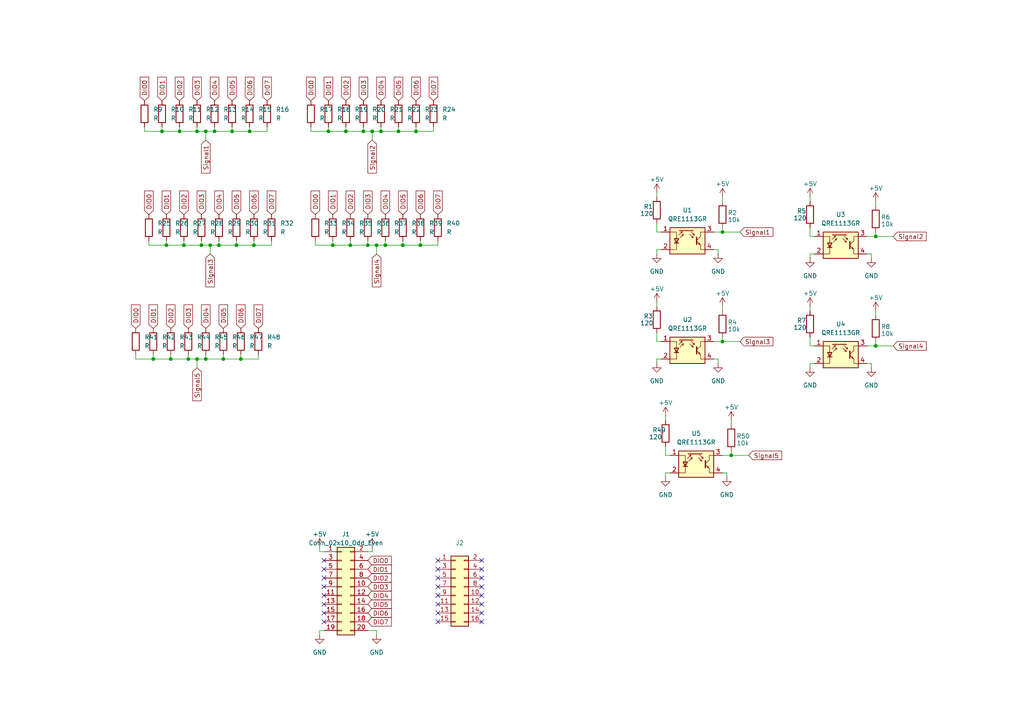
<source format=kicad_sch>
(kicad_sch (version 20231120) (generator "eeschema") (generator_version "8.0")
  (paper "A4")
  (lib_symbols
    (symbol "Connector_Generic:Conn_02x08_Odd_Even" (pin_names (offset 1.016) hide)
      (property "Reference" "J" (at 1.27 10.16 0))
      (property "Value" "Conn_02x08_Odd_Even" (at 1.27 -12.7 0))
      (symbol "Conn_02x08_Odd_Even_1_1"
        (rectangle (start -1.27 -10.033) (end 0 -10.287) (stroke (width 0.1524)))
        (rectangle (start -1.27 -7.493) (end 0 -7.747) (stroke (width 0.1524)))
        (rectangle (start -1.27 -4.953) (end 0 -5.207) (stroke (width 0.1524)))
        (rectangle (start -1.27 -2.413) (end 0 -2.667) (stroke (width 0.1524)))
        (rectangle (start -1.27 0.127) (end 0 -0.127) (stroke (width 0.1524)))
        (rectangle (start -1.27 2.667) (end 0 2.413) (stroke (width 0.1524)))
        (rectangle (start -1.27 5.207) (end 0 4.953) (stroke (width 0.1524)))
        (rectangle (start -1.27 7.747) (end 0 7.493) (stroke (width 0.1524)))
        (rectangle (start -1.27 8.89) (end 3.81 -11.43) (stroke (width 0.254)) (fill (type background)))
        (rectangle (start 3.81 -10.033) (end 2.54 -10.287) (stroke (width 0.1524)))
        (rectangle (start 3.81 -7.493) (end 2.54 -7.747) (stroke (width 0.1524)))
        (rectangle (start 3.81 -4.953) (end 2.54 -5.207) (stroke (width 0.1524)))
        (rectangle (start 3.81 -2.413) (end 2.54 -2.667) (stroke (width 0.1524)))
        (rectangle (start 3.81 0.127) (end 2.54 -0.127) (stroke (width 0.1524)))
        (rectangle (start 3.81 2.667) (end 2.54 2.413) (stroke (width 0.1524)))
        (rectangle (start 3.81 5.207) (end 2.54 4.953) (stroke (width 0.1524)))
        (rectangle (start 3.81 7.747) (end 2.54 7.493) (stroke (width 0.1524)))
        (pin passive line (at -5.08 7.62 0) (length 3.81) (name "Pin_1") (number "1"))
        (pin passive line (at 7.62 -2.54 180) (length 3.81) (name "Pin_10") (number "10"))
        (pin passive line (at -5.08 -5.08 0) (length 3.81) (name "Pin_11") (number "11"))
        (pin passive line (at 7.62 -5.08 180) (length 3.81) (name "Pin_12") (number "12"))
        (pin passive line (at -5.08 -7.62 0) (length 3.81) (name "Pin_13") (number "13"))
        (pin passive line (at 7.62 -7.62 180) (length 3.81) (name "Pin_14") (number "14"))
        (pin passive line (at -5.08 -10.16 0) (length 3.81) (name "Pin_15") (number "15"))
        (pin passive line (at 7.62 -10.16 180) (length 3.81) (name "Pin_16") (number "16"))
        (pin passive line (at 7.62 7.62 180) (length 3.81) (name "Pin_2") (number "2"))
        (pin passive line (at -5.08 5.08 0) (length 3.81) (name "Pin_3") (number "3"))
        (pin passive line (at 7.62 5.08 180) (length 3.81) (name "Pin_4") (number "4"))
        (pin passive line (at -5.08 2.54 0) (length 3.81) (name "Pin_5") (number "5"))
        (pin passive line (at 7.62 2.54 180) (length 3.81) (name "Pin_6") (number "6"))
        (pin passive line (at -5.08 0 0) (length 3.81) (name "Pin_7") (number "7"))
        (pin passive line (at 7.62 0 180) (length 3.81) (name "Pin_8") (number "8"))
        (pin passive line (at -5.08 -2.54 0) (length 3.81) (name "Pin_9") (number "9"))
      )
    )
    (symbol "Connector_Generic:Conn_02x10_Odd_Even" (pin_names (offset 1.016) hide)
      (property "Reference" "J" (at 1.27 12.7 0))
      (property "Value" "Conn_02x10_Odd_Even" (at 1.27 -15.24 0))
      (symbol "Conn_02x10_Odd_Even_1_1"
        (rectangle (start -1.27 -12.573) (end 0 -12.827) (stroke (width 0.1524)))
        (rectangle (start -1.27 -10.033) (end 0 -10.287) (stroke (width 0.1524)))
        (rectangle (start -1.27 -7.493) (end 0 -7.747) (stroke (width 0.1524)))
        (rectangle (start -1.27 -4.953) (end 0 -5.207) (stroke (width 0.1524)))
        (rectangle (start -1.27 -2.413) (end 0 -2.667) (stroke (width 0.1524)))
        (rectangle (start -1.27 0.127) (end 0 -0.127) (stroke (width 0.1524)))
        (rectangle (start -1.27 2.667) (end 0 2.413) (stroke (width 0.1524)))
        (rectangle (start -1.27 5.207) (end 0 4.953) (stroke (width 0.1524)))
        (rectangle (start -1.27 7.747) (end 0 7.493) (stroke (width 0.1524)))
        (rectangle (start -1.27 10.287) (end 0 10.033) (stroke (width 0.1524)))
        (rectangle (start -1.27 11.43) (end 3.81 -13.97) (stroke (width 0.254)) (fill (type background)))
        (rectangle (start 3.81 -12.573) (end 2.54 -12.827) (stroke (width 0.1524)))
        (rectangle (start 3.81 -10.033) (end 2.54 -10.287) (stroke (width 0.1524)))
        (rectangle (start 3.81 -7.493) (end 2.54 -7.747) (stroke (width 0.1524)))
        (rectangle (start 3.81 -4.953) (end 2.54 -5.207) (stroke (width 0.1524)))
        (rectangle (start 3.81 -2.413) (end 2.54 -2.667) (stroke (width 0.1524)))
        (rectangle (start 3.81 0.127) (end 2.54 -0.127) (stroke (width 0.1524)))
        (rectangle (start 3.81 2.667) (end 2.54 2.413) (stroke (width 0.1524)))
        (rectangle (start 3.81 5.207) (end 2.54 4.953) (stroke (width 0.1524)))
        (rectangle (start 3.81 7.747) (end 2.54 7.493) (stroke (width 0.1524)))
        (rectangle (start 3.81 10.287) (end 2.54 10.033) (stroke (width 0.1524)))
        (pin passive line (at -5.08 10.16 0) (length 3.81) (name "Pin_1") (number "1"))
        (pin passive line (at 7.62 0 180) (length 3.81) (name "Pin_10") (number "10"))
        (pin passive line (at -5.08 -2.54 0) (length 3.81) (name "Pin_11") (number "11"))
        (pin passive line (at 7.62 -2.54 180) (length 3.81) (name "Pin_12") (number "12"))
        (pin passive line (at -5.08 -5.08 0) (length 3.81) (name "Pin_13") (number "13"))
        (pin passive line (at 7.62 -5.08 180) (length 3.81) (name "Pin_14") (number "14"))
        (pin passive line (at -5.08 -7.62 0) (length 3.81) (name "Pin_15") (number "15"))
        (pin passive line (at 7.62 -7.62 180) (length 3.81) (name "Pin_16") (number "16"))
        (pin passive line (at -5.08 -10.16 0) (length 3.81) (name "Pin_17") (number "17"))
        (pin passive line (at 7.62 -10.16 180) (length 3.81) (name "Pin_18") (number "18"))
        (pin passive line (at -5.08 -12.7 0) (length 3.81) (name "Pin_19") (number "19"))
        (pin passive line (at 7.62 10.16 180) (length 3.81) (name "Pin_2") (number "2"))
        (pin passive line (at 7.62 -12.7 180) (length 3.81) (name "Pin_20") (number "20"))
        (pin passive line (at -5.08 7.62 0) (length 3.81) (name "Pin_3") (number "3"))
        (pin passive line (at 7.62 7.62 180) (length 3.81) (name "Pin_4") (number "4"))
        (pin passive line (at -5.08 5.08 0) (length 3.81) (name "Pin_5") (number "5"))
        (pin passive line (at 7.62 5.08 180) (length 3.81) (name "Pin_6") (number "6"))
        (pin passive line (at -5.08 2.54 0) (length 3.81) (name "Pin_7") (number "7"))
        (pin passive line (at 7.62 2.54 180) (length 3.81) (name "Pin_8") (number "8"))
        (pin passive line (at -5.08 0 0) (length 3.81) (name "Pin_9") (number "9"))
      )
    )
    (symbol "Device:R" (pin_numbers hide) (pin_names (offset 0))
      (property "Reference" "R" (at 2.032 0 90))
      (property "Value" "R" (at 0 0 90))
      (symbol "R_0_1"
        (rectangle (start -1.016 -2.54) (end 1.016 2.54) (stroke (width 0.254)))
      )
      (symbol "R_1_1"
        (pin passive line (at 0 3.81 270) (length 1.27) (name "~") (number "1"))
        (pin passive line (at 0 -3.81 90) (length 1.27) (name "~") (number "2"))
      )
    )
    (symbol "GND_1" (power) (pin_numbers hide) (pin_names (offset 0) hide)
      (property "Value" "GND" (at 0 -3.81 0))
      (symbol "GND_1_0_1"
        (polyline (pts (xy 0 0) (xy 0 -1.27) (xy 1.27 -1.27) (xy 0 -2.54) (xy -1.27 -1.27) (xy 0 -1.27)))
      )
      (symbol "GND_1_1_1"
        (pin power_in line (at 0 0 270) (length 0) (name "~") (number "1"))
      )
    )
    (symbol "Sensor_Proximity:QRE1113GR" (pin_names (offset 0.0254) hide)
      (property "Reference" "U" (at -3.81 5.08 0))
      (property "Value" "QRE1113GR" (at 11.43 5.08 0))
      (symbol "QRE1113GR_0_1"
        (polyline (pts (xy -3.81 -0.635) (xy -2.54 -0.635)) (stroke (width 0.254)))
        (polyline (pts (xy -2.286 2.921) (xy -2.032 3.175)))
        (polyline (pts (xy -1.778 2.921) (xy -1.524 3.175)))
        (polyline (pts (xy -1.524 2.667) (xy -1.651 2.159)))
        (polyline (pts (xy -1.27 2.921) (xy -1.016 3.175)))
        (polyline (pts (xy -1.143 1.905) (xy -1.27 1.397)))
        (polyline (pts (xy -0.762 2.921) (xy -0.508 3.175)))
        (polyline (pts (xy -0.254 2.921) (xy 0 3.175)))
        (polyline (pts (xy 0.254 2.921) (xy 0.508 3.175)))
        (polyline (pts (xy 0.762 2.921) (xy 1.016 3.175)))
        (polyline (pts (xy 1.27 2.921) (xy 1.524 3.175)))
        (polyline (pts (xy 1.651 0.889) (xy 1.143 1.016)))
        (polyline (pts (xy 1.778 2.921) (xy -2.413 2.921)))
        (polyline (pts (xy 2.032 1.651) (xy 1.524 1.778)))
        (polyline (pts (xy 2.667 -0.127) (xy 3.81 -1.27)))
        (polyline (pts (xy 2.667 0.127) (xy 3.81 1.27)))
        (polyline (pts (xy -2.54 1.651) (xy -1.524 2.667) (xy -2.032 2.54)))
        (polyline (pts (xy -2.159 0.889) (xy -1.143 1.905) (xy -1.651 1.778)))
        (polyline (pts (xy 0.635 1.905) (xy 1.651 0.889) (xy 1.524 1.397)))
        (polyline (pts (xy 1.016 2.667) (xy 2.032 1.651) (xy 1.905 2.159)))
        (polyline (pts (xy 2.667 1.016) (xy 2.667 -1.016) (xy 2.667 -1.016)) (stroke (width 0.3556)))
        (polyline (pts (xy 3.81 -1.27) (xy 3.81 -2.54) (xy 5.08 -2.54)))
        (polyline (pts (xy 3.81 1.27) (xy 3.81 2.54) (xy 5.08 2.54)))
        (polyline (pts (xy -5.08 -2.54) (xy -3.175 -2.54) (xy -3.175 2.54) (xy -5.08 2.54)))
        (polyline (pts (xy -3.175 -0.635) (xy -3.81 0.635) (xy -2.54 0.635) (xy -3.175 -0.635)) (stroke (width 0.254)))
        (polyline (pts (xy 3.683 -1.143) (xy 3.429 -0.635) (xy 3.175 -0.889) (xy 3.683 -1.143)))
        (polyline (pts (xy -5.08 -3.81) (xy 5.08 -3.81) (xy 5.08 3.81) (xy -5.08 3.81) (xy -5.08 -3.81)) (stroke (width 0.254)) (fill (type background)))
      )
      (symbol "QRE1113GR_1_1"
        (pin passive line (at -7.62 2.54 0) (length 2.54) (name "A") (number "1"))
        (pin passive line (at -7.62 -2.54 0) (length 2.54) (name "K") (number "2"))
        (pin open_collector line (at 7.62 2.54 180) (length 2.54) (name "~") (number "3"))
        (pin open_emitter line (at 7.62 -2.54 180) (length 2.54) (name "~") (number "4"))
      )
    )
    (symbol "power:+5V" (power) (pin_names (offset 0))
      (property "Value" "+5V" (at 0 3.556 0))
      (symbol "+5V_0_1"
        (polyline (pts (xy -0.762 1.27) (xy 0 2.54)))
        (polyline (pts (xy 0 0) (xy 0 2.54)))
        (polyline (pts (xy 0 2.54) (xy 0.762 1.27)))
      )
      (symbol "+5V_1_1"
        (pin power_in line (at 0 0 90) (length 0) hide (name "+5V") (number "1"))
      )
    )
    (symbol "power:GND" (power) (pin_names (offset 0))
      (property "Value" "GND" (at 0 -3.81 0))
      (symbol "GND_0_1"
        (polyline (pts (xy 0 0) (xy 0 -1.27) (xy 1.27 -1.27) (xy 0 -2.54) (xy -1.27 -1.27) (xy 0 -1.27)))
      )
      (symbol "GND_1_1"
        (pin power_in line (at 0 0 270) (length 0) hide (name "GND") (number "1"))
      )
    )
  )
  (junction (at 254 100.33))
  (junction (at 63.5 71.12))
  (junction (at 109.22 71.12))
  (junction (at 57.15 38.1))
  (junction (at 48.26 71.12))
  (junction (at 111.76 71.12))
  (junction (at 209.55 99.06))
  (junction (at 64.77 104.14))
  (junction (at 69.85 104.14))
  (junction (at 105.41 38.1))
  (junction (at 58.42 71.12))
  (junction (at 110.49 38.1))
  (junction (at 107.95 38.1))
  (junction (at 49.53 104.14))
  (junction (at 209.55 67.31))
  (junction (at 53.34 71.12))
  (junction (at 57.15 104.14))
  (junction (at 52.07 38.1))
  (junction (at 212.09 132.08))
  (junction (at 44.45 104.14))
  (junction (at 54.61 104.14))
  (junction (at 116.84 71.12))
  (junction (at 67.31 38.1))
  (junction (at 95.25 38.1))
  (junction (at 59.69 104.14))
  (junction (at 59.69 38.1))
  (junction (at 100.33 38.1))
  (junction (at 254 68.58))
  (junction (at 73.66 71.12))
  (junction (at 96.52 71.12))
  (junction (at 115.57 38.1))
  (junction (at 60.96 71.12))
  (junction (at 72.39 38.1))
  (junction (at 101.6 71.12))
  (junction (at 106.68 71.12))
  (junction (at 46.99 38.1))
  (junction (at 68.58 71.12))
  (junction (at 121.92 71.12))
  (junction (at 62.23 38.1))
  (junction (at 120.65 38.1))
  (no_connect (at 93.98 180.34))
  (no_connect (at 93.98 167.64))
  (no_connect (at 127 172.72))
  (no_connect (at 127 177.8))
  (no_connect (at 139.7 175.26))
  (no_connect (at 93.98 170.18))
  (no_connect (at 127 167.64))
  (no_connect (at 139.7 180.34))
  (no_connect (at 93.98 172.72))
  (no_connect (at 127 180.34))
  (no_connect (at 93.98 165.1))
  (no_connect (at 139.7 170.18))
  (no_connect (at 93.98 175.26))
  (no_connect (at 139.7 172.72))
  (no_connect (at 139.7 177.8))
  (no_connect (at 127 175.26))
  (no_connect (at 127 170.18))
  (no_connect (at 93.98 177.8))
  (no_connect (at 127 162.56))
  (no_connect (at 139.7 165.1))
  (no_connect (at 139.7 162.56))
  (no_connect (at 139.7 167.64))
  (no_connect (at 127 165.1))
  (no_connect (at 93.98 162.56))
  (wire (pts (xy 110.49 36.83) (xy 110.49 38.1)))
  (wire (pts (xy 107.95 160.02) (xy 106.68 160.02)))
  (wire (pts (xy 190.5 99.06) (xy 191.77 99.06)))
  (wire (pts (xy 58.42 71.12) (xy 60.96 71.12)))
  (wire (pts (xy 193.04 132.08) (xy 194.31 132.08)))
  (wire (pts (xy 73.66 69.85) (xy 73.66 71.12)))
  (wire (pts (xy 208.28 104.14) (xy 208.28 105.41)))
  (wire (pts (xy 52.07 38.1) (xy 57.15 38.1)))
  (wire (pts (xy 72.39 36.83) (xy 72.39 38.1)))
  (wire (pts (xy 234.95 66.04) (xy 234.95 68.58)))
  (wire (pts (xy 39.37 104.14) (xy 44.45 104.14)))
  (wire (pts (xy 90.17 38.1) (xy 95.25 38.1)))
  (wire (pts (xy 57.15 36.83) (xy 57.15 38.1)))
  (wire (pts (xy 62.23 36.83) (xy 62.23 38.1)))
  (wire (pts (xy 58.42 69.85) (xy 58.42 71.12)))
  (wire (pts (xy 110.49 38.1) (xy 115.57 38.1)))
  (wire (pts (xy 207.01 72.39) (xy 208.28 72.39)))
  (wire (pts (xy 107.95 158.75) (xy 107.95 160.02)))
  (wire (pts (xy 67.31 38.1) (xy 72.39 38.1)))
  (wire (pts (xy 59.69 38.1) (xy 59.69 40.64)))
  (wire (pts (xy 234.95 105.41) (xy 234.95 106.68)))
  (wire (pts (xy 212.09 132.08) (xy 217.17 132.08)))
  (wire (pts (xy 57.15 38.1) (xy 59.69 38.1)))
  (wire (pts (xy 207.01 67.31) (xy 209.55 67.31)))
  (wire (pts (xy 109.22 71.12) (xy 111.76 71.12)))
  (wire (pts (xy 60.96 71.12) (xy 60.96 73.66)))
  (wire (pts (xy 92.71 160.02) (xy 93.98 160.02)))
  (wire (pts (xy 91.44 71.12) (xy 96.52 71.12)))
  (wire (pts (xy 254 90.17) (xy 254 91.44)))
  (wire (pts (xy 101.6 69.85) (xy 101.6 71.12)))
  (wire (pts (xy 60.96 71.12) (xy 63.5 71.12)))
  (wire (pts (xy 39.37 102.87) (xy 39.37 104.14)))
  (wire (pts (xy 254 100.33) (xy 259.08 100.33)))
  (wire (pts (xy 116.84 71.12) (xy 121.92 71.12)))
  (wire (pts (xy 64.77 102.87) (xy 64.77 104.14)))
  (wire (pts (xy 209.55 99.06) (xy 209.55 97.79)))
  (wire (pts (xy 190.5 72.39) (xy 190.5 73.66)))
  (wire (pts (xy 120.65 38.1) (xy 125.73 38.1)))
  (wire (pts (xy 63.5 71.12) (xy 68.58 71.12)))
  (wire (pts (xy 109.22 184.15) (xy 109.22 182.88)))
  (wire (pts (xy 63.5 69.85) (xy 63.5 71.12)))
  (wire (pts (xy 54.61 102.87) (xy 54.61 104.14)))
  (wire (pts (xy 190.5 104.14) (xy 190.5 105.41)))
  (wire (pts (xy 96.52 69.85) (xy 96.52 71.12)))
  (wire (pts (xy 251.46 68.58) (xy 254 68.58)))
  (wire (pts (xy 209.55 137.16) (xy 210.82 137.16)))
  (wire (pts (xy 209.55 88.9) (xy 209.55 90.17)))
  (wire (pts (xy 91.44 69.85) (xy 91.44 71.12)))
  (wire (pts (xy 67.31 36.83) (xy 67.31 38.1)))
  (wire (pts (xy 44.45 104.14) (xy 49.53 104.14)))
  (wire (pts (xy 234.95 68.58) (xy 236.22 68.58)))
  (wire (pts (xy 49.53 104.14) (xy 54.61 104.14)))
  (wire (pts (xy 251.46 105.41) (xy 252.73 105.41)))
  (wire (pts (xy 111.76 71.12) (xy 116.84 71.12)))
  (wire (pts (xy 116.84 69.85) (xy 116.84 71.12)))
  (wire (pts (xy 52.07 36.83) (xy 52.07 38.1)))
  (wire (pts (xy 95.25 38.1) (xy 100.33 38.1)))
  (wire (pts (xy 125.73 38.1) (xy 125.73 36.83)))
  (wire (pts (xy 100.33 38.1) (xy 105.41 38.1)))
  (wire (pts (xy 190.5 87.63) (xy 190.5 88.9)))
  (wire (pts (xy 96.52 71.12) (xy 101.6 71.12)))
  (wire (pts (xy 193.04 120.65) (xy 193.04 121.92)))
  (wire (pts (xy 190.5 96.52) (xy 190.5 99.06)))
  (wire (pts (xy 252.73 73.66) (xy 252.73 74.93)))
  (wire (pts (xy 254 68.58) (xy 254 67.31)))
  (wire (pts (xy 90.17 36.83) (xy 90.17 38.1)))
  (wire (pts (xy 251.46 100.33) (xy 254 100.33)))
  (wire (pts (xy 92.71 182.88) (xy 93.98 182.88)))
  (wire (pts (xy 212.09 121.92) (xy 212.09 123.19)))
  (wire (pts (xy 46.99 38.1) (xy 52.07 38.1)))
  (wire (pts (xy 210.82 137.16) (xy 210.82 138.43)))
  (wire (pts (xy 191.77 104.14) (xy 190.5 104.14)))
  (wire (pts (xy 68.58 71.12) (xy 73.66 71.12)))
  (wire (pts (xy 207.01 99.06) (xy 209.55 99.06)))
  (wire (pts (xy 107.95 38.1) (xy 107.95 40.64)))
  (wire (pts (xy 208.28 72.39) (xy 208.28 73.66)))
  (wire (pts (xy 43.18 69.85) (xy 43.18 71.12)))
  (wire (pts (xy 100.33 36.83) (xy 100.33 38.1)))
  (wire (pts (xy 74.93 104.14) (xy 74.93 102.87)))
  (wire (pts (xy 44.45 102.87) (xy 44.45 104.14)))
  (wire (pts (xy 64.77 104.14) (xy 69.85 104.14)))
  (wire (pts (xy 43.18 71.12) (xy 48.26 71.12)))
  (wire (pts (xy 209.55 67.31) (xy 214.63 67.31)))
  (wire (pts (xy 49.53 102.87) (xy 49.53 104.14)))
  (wire (pts (xy 236.22 73.66) (xy 234.95 73.66)))
  (wire (pts (xy 105.41 38.1) (xy 107.95 38.1)))
  (wire (pts (xy 59.69 38.1) (xy 62.23 38.1)))
  (wire (pts (xy 209.55 67.31) (xy 209.55 66.04)))
  (wire (pts (xy 193.04 129.54) (xy 193.04 132.08)))
  (wire (pts (xy 92.71 184.15) (xy 92.71 182.88)))
  (wire (pts (xy 251.46 73.66) (xy 252.73 73.66)))
  (wire (pts (xy 127 71.12) (xy 127 69.85)))
  (wire (pts (xy 194.31 137.16) (xy 193.04 137.16)))
  (wire (pts (xy 106.68 182.88) (xy 109.22 182.88)))
  (wire (pts (xy 69.85 104.14) (xy 74.93 104.14)))
  (wire (pts (xy 193.04 137.16) (xy 193.04 138.43)))
  (wire (pts (xy 77.47 38.1) (xy 77.47 36.83)))
  (wire (pts (xy 252.73 105.41) (xy 252.73 106.68)))
  (wire (pts (xy 121.92 71.12) (xy 127 71.12)))
  (wire (pts (xy 41.91 36.83) (xy 41.91 38.1)))
  (wire (pts (xy 254 58.42) (xy 254 59.69)))
  (wire (pts (xy 106.68 71.12) (xy 109.22 71.12)))
  (wire (pts (xy 105.41 36.83) (xy 105.41 38.1)))
  (wire (pts (xy 78.74 71.12) (xy 78.74 69.85)))
  (wire (pts (xy 121.92 69.85) (xy 121.92 71.12)))
  (wire (pts (xy 95.25 36.83) (xy 95.25 38.1)))
  (wire (pts (xy 111.76 69.85) (xy 111.76 71.12)))
  (wire (pts (xy 101.6 71.12) (xy 106.68 71.12)))
  (wire (pts (xy 41.91 38.1) (xy 46.99 38.1)))
  (wire (pts (xy 234.95 57.15) (xy 234.95 58.42)))
  (wire (pts (xy 53.34 71.12) (xy 58.42 71.12)))
  (wire (pts (xy 73.66 71.12) (xy 78.74 71.12)))
  (wire (pts (xy 57.15 104.14) (xy 57.15 106.68)))
  (wire (pts (xy 190.5 67.31) (xy 191.77 67.31)))
  (wire (pts (xy 212.09 132.08) (xy 212.09 130.81)))
  (wire (pts (xy 53.34 69.85) (xy 53.34 71.12)))
  (wire (pts (xy 254 68.58) (xy 259.08 68.58)))
  (wire (pts (xy 115.57 36.83) (xy 115.57 38.1)))
  (wire (pts (xy 120.65 36.83) (xy 120.65 38.1)))
  (wire (pts (xy 69.85 102.87) (xy 69.85 104.14)))
  (wire (pts (xy 207.01 104.14) (xy 208.28 104.14)))
  (wire (pts (xy 107.95 38.1) (xy 110.49 38.1)))
  (wire (pts (xy 59.69 102.87) (xy 59.69 104.14)))
  (wire (pts (xy 254 100.33) (xy 254 99.06)))
  (wire (pts (xy 209.55 57.15) (xy 209.55 58.42)))
  (wire (pts (xy 62.23 38.1) (xy 67.31 38.1)))
  (wire (pts (xy 59.69 104.14) (xy 64.77 104.14)))
  (wire (pts (xy 46.99 36.83) (xy 46.99 38.1)))
  (wire (pts (xy 106.68 69.85) (xy 106.68 71.12)))
  (wire (pts (xy 68.58 69.85) (xy 68.58 71.12)))
  (wire (pts (xy 234.95 88.9) (xy 234.95 90.17)))
  (wire (pts (xy 191.77 72.39) (xy 190.5 72.39)))
  (wire (pts (xy 115.57 38.1) (xy 120.65 38.1)))
  (wire (pts (xy 48.26 69.85) (xy 48.26 71.12)))
  (wire (pts (xy 234.95 100.33) (xy 236.22 100.33)))
  (wire (pts (xy 234.95 73.66) (xy 234.95 74.93)))
  (wire (pts (xy 92.71 158.75) (xy 92.71 160.02)))
  (wire (pts (xy 72.39 38.1) (xy 77.47 38.1)))
  (wire (pts (xy 48.26 71.12) (xy 53.34 71.12)))
  (wire (pts (xy 190.5 55.88) (xy 190.5 57.15)))
  (wire (pts (xy 57.15 104.14) (xy 59.69 104.14)))
  (wire (pts (xy 190.5 64.77) (xy 190.5 67.31)))
  (wire (pts (xy 109.22 71.12) (xy 109.22 73.66)))
  (wire (pts (xy 234.95 97.79) (xy 234.95 100.33)))
  (wire (pts (xy 54.61 104.14) (xy 57.15 104.14)))
  (wire (pts (xy 209.55 99.06) (xy 214.63 99.06)))
  (wire (pts (xy 236.22 105.41) (xy 234.95 105.41)))
  (wire (pts (xy 209.55 132.08) (xy 212.09 132.08)))
  (global_label "DIO3" (shape input) (at 105.41 29.21 90) (property "Intersheetrefs" "${INTERSHEET_REFS}" (effects (hide yes))))
  (global_label "Signal3" (shape input) (at 60.96 73.66 270) (property "Intersheetrefs" "${INTERSHEET_REFS}" (effects (hide yes))))
  (global_label "DIO2" (shape input) (at 100.33 29.21 90) (property "Intersheetrefs" "${INTERSHEET_REFS}" (effects (hide yes))))
  (global_label "Signal5" (shape input) (at 217.17 132.08 0) (property "Intersheetrefs" "${INTERSHEET_REFS}" (effects (hide yes))))
  (global_label "DIO7" (shape input) (at 78.74 62.23 90) (property "Intersheetrefs" "${INTERSHEET_REFS}" (effects (hide yes))))
  (global_label "DIO7" (shape input) (at 77.47 29.21 90) (property "Intersheetrefs" "${INTERSHEET_REFS}" (effects (hide yes))))
  (global_label "DIO6" (shape input) (at 69.85 95.25 90) (property "Intersheetrefs" "${INTERSHEET_REFS}" (effects (hide yes))))
  (global_label "DIO3" (shape input) (at 58.42 62.23 90) (property "Intersheetrefs" "${INTERSHEET_REFS}" (effects (hide yes))))
  (global_label "DIO4" (shape input) (at 59.69 95.25 90) (property "Intersheetrefs" "${INTERSHEET_REFS}" (effects (hide yes))))
  (global_label "DIO5" (shape input) (at 68.58 62.23 90) (property "Intersheetrefs" "${INTERSHEET_REFS}" (effects (hide yes))))
  (global_label "DIO3" (shape input) (at 54.61 95.25 90) (property "Intersheetrefs" "${INTERSHEET_REFS}" (effects (hide yes))))
  (global_label "Signal2" (shape input) (at 107.95 40.64 270) (property "Intersheetrefs" "${INTERSHEET_REFS}" (effects (hide yes))))
  (global_label "Signal5" (shape input) (at 57.15 106.68 270) (property "Intersheetrefs" "${INTERSHEET_REFS}" (effects (hide yes))))
  (global_label "Signal1" (shape input) (at 59.69 40.64 270) (property "Intersheetrefs" "${INTERSHEET_REFS}" (effects (hide yes))))
  (global_label "DIO1" (shape input) (at 46.99 29.21 90) (property "Intersheetrefs" "${INTERSHEET_REFS}" (effects (hide yes))))
  (global_label "DIO0" (shape input) (at 90.17 29.21 90) (property "Intersheetrefs" "${INTERSHEET_REFS}" (effects (hide yes))))
  (global_label "DIO4" (shape input) (at 63.5 62.23 90) (property "Intersheetrefs" "${INTERSHEET_REFS}" (effects (hide yes))))
  (global_label "DIO0" (shape input) (at 41.91 29.21 90) (property "Intersheetrefs" "${INTERSHEET_REFS}" (effects (hide yes))))
  (global_label "DIO6" (shape input) (at 73.66 62.23 90) (property "Intersheetrefs" "${INTERSHEET_REFS}" (effects (hide yes))))
  (global_label "DIO0" (shape input) (at 106.68 162.56 0) (property "Intersheetrefs" "${INTERSHEET_REFS}" (effects (hide yes))))
  (global_label "Signal2" (shape input) (at 259.08 68.58 0) (property "Intersheetrefs" "${INTERSHEET_REFS}" (effects (hide yes))))
  (global_label "DIO1" (shape input) (at 44.45 95.25 90) (property "Intersheetrefs" "${INTERSHEET_REFS}" (effects (hide yes))))
  (global_label "Signal4" (shape input) (at 109.22 73.66 270) (property "Intersheetrefs" "${INTERSHEET_REFS}" (effects (hide yes))))
  (global_label "DIO3" (shape input) (at 106.68 170.18 0) (property "Intersheetrefs" "${INTERSHEET_REFS}" (effects (hide yes))))
  (global_label "DIO4" (shape input) (at 111.76 62.23 90) (property "Intersheetrefs" "${INTERSHEET_REFS}" (effects (hide yes))))
  (global_label "DIO3" (shape input) (at 106.68 62.23 90) (property "Intersheetrefs" "${INTERSHEET_REFS}" (effects (hide yes))))
  (global_label "DIO0" (shape input) (at 43.18 62.23 90) (property "Intersheetrefs" "${INTERSHEET_REFS}" (effects (hide yes))))
  (global_label "DIO2" (shape input) (at 106.68 167.64 0) (property "Intersheetrefs" "${INTERSHEET_REFS}" (effects (hide yes))))
  (global_label "Signal1" (shape input) (at 214.63 67.31 0) (property "Intersheetrefs" "${INTERSHEET_REFS}" (effects (hide yes))))
  (global_label "DIO0" (shape input) (at 39.37 95.25 90) (property "Intersheetrefs" "${INTERSHEET_REFS}" (effects (hide yes))))
  (global_label "DIO5" (shape input) (at 116.84 62.23 90) (property "Intersheetrefs" "${INTERSHEET_REFS}" (effects (hide yes))))
  (global_label "DIO2" (shape input) (at 49.53 95.25 90) (property "Intersheetrefs" "${INTERSHEET_REFS}" (effects (hide yes))))
  (global_label "DIO5" (shape input) (at 115.57 29.21 90) (property "Intersheetrefs" "${INTERSHEET_REFS}" (effects (hide yes))))
  (global_label "DIO7" (shape input) (at 127 62.23 90) (property "Intersheetrefs" "${INTERSHEET_REFS}" (effects (hide yes))))
  (global_label "DIO4" (shape input) (at 106.68 172.72 0) (property "Intersheetrefs" "${INTERSHEET_REFS}" (effects (hide yes))))
  (global_label "DIO2" (shape input) (at 53.34 62.23 90) (property "Intersheetrefs" "${INTERSHEET_REFS}" (effects (hide yes))))
  (global_label "DIO0" (shape input) (at 91.44 62.23 90) (property "Intersheetrefs" "${INTERSHEET_REFS}" (effects (hide yes))))
  (global_label "DIO6" (shape input) (at 121.92 62.23 90) (property "Intersheetrefs" "${INTERSHEET_REFS}" (effects (hide yes))))
  (global_label "DIO6" (shape input) (at 106.68 177.8 0) (property "Intersheetrefs" "${INTERSHEET_REFS}" (effects (hide yes))))
  (global_label "DIO2" (shape input) (at 52.07 29.21 90) (property "Intersheetrefs" "${INTERSHEET_REFS}" (effects (hide yes))))
  (global_label "DIO1" (shape input) (at 95.25 29.21 90) (property "Intersheetrefs" "${INTERSHEET_REFS}" (effects (hide yes))))
  (global_label "DIO5" (shape input) (at 67.31 29.21 90) (property "Intersheetrefs" "${INTERSHEET_REFS}" (effects (hide yes))))
  (global_label "Signal4" (shape input) (at 259.08 100.33 0) (property "Intersheetrefs" "${INTERSHEET_REFS}" (effects (hide yes))))
  (global_label "DIO4" (shape input) (at 62.23 29.21 90) (property "Intersheetrefs" "${INTERSHEET_REFS}" (effects (hide yes))))
  (global_label "DIO1" (shape input) (at 106.68 165.1 0) (property "Intersheetrefs" "${INTERSHEET_REFS}" (effects (hide yes))))
  (global_label "DIO3" (shape input) (at 57.15 29.21 90) (property "Intersheetrefs" "${INTERSHEET_REFS}" (effects (hide yes))))
  (global_label "DIO6" (shape input) (at 120.65 29.21 90) (property "Intersheetrefs" "${INTERSHEET_REFS}" (effects (hide yes))))
  (global_label "DIO4" (shape input) (at 110.49 29.21 90) (property "Intersheetrefs" "${INTERSHEET_REFS}" (effects (hide yes))))
  (global_label "DIO7" (shape input) (at 74.93 95.25 90) (property "Intersheetrefs" "${INTERSHEET_REFS}" (effects (hide yes))))
  (global_label "DIO7" (shape input) (at 106.68 180.34 0) (property "Intersheetrefs" "${INTERSHEET_REFS}" (effects (hide yes))))
  (global_label "DIO7" (shape input) (at 125.73 29.21 90) (property "Intersheetrefs" "${INTERSHEET_REFS}" (effects (hide yes))))
  (global_label "DIO1" (shape input) (at 96.52 62.23 90) (property "Intersheetrefs" "${INTERSHEET_REFS}" (effects (hide yes))))
  (global_label "DIO1" (shape input) (at 48.26 62.23 90) (property "Intersheetrefs" "${INTERSHEET_REFS}" (effects (hide yes))))
  (global_label "DIO2" (shape input) (at 101.6 62.23 90) (property "Intersheetrefs" "${INTERSHEET_REFS}" (effects (hide yes))))
  (global_label "DIO6" (shape input) (at 72.39 29.21 90) (property "Intersheetrefs" "${INTERSHEET_REFS}" (effects (hide yes))))
  (global_label "DIO5" (shape input) (at 106.68 175.26 0) (property "Intersheetrefs" "${INTERSHEET_REFS}" (effects (hide yes))))
  (global_label "Signal3" (shape input) (at 214.63 99.06 0) (property "Intersheetrefs" "${INTERSHEET_REFS}" (effects (hide yes))))
  (global_label "DIO5" (shape input) (at 64.77 95.25 90) (property "Intersheetrefs" "${INTERSHEET_REFS}" (effects (hide yes))))
  (symbol (lib_name "GND_1") (lib_id "power:GND") (at 252.73 74.93 0) (unit 1)
    (property "Reference" "#PWR023" (effects (hide yes)))
    (property "Value" "GND" (at 252.73 80.01 0))
    (property "Description" "Power symbol creates a global label with name \"GND\" , ground" (effects (hide yes)))
  )
  (symbol (lib_id "Device:R") (at 111.76 66.04 0) (unit 1)
    (property "Reference" "R37" (at 114.3 64.7699 0) (effects (justify left)))
    (property "Value" "R" (at 114.3 67.3099 0) (effects (justify left)))
    (property "Footprint" "Resistor_SMD:R_0402_1005Metric" (effects (hide yes)))
    (property "Description" "Resistor" (effects (hide yes)))
  )
  (symbol (lib_id "Device:R") (at 57.15 33.02 0) (unit 1)
    (property "Reference" "R12" (at 59.69 31.7499 0) (effects (justify left)))
    (property "Value" "R" (at 59.69 34.2899 0) (effects (justify left)))
    (property "Footprint" "Resistor_SMD:R_0402_1005Metric" (effects (hide yes)))
    (property "Description" "Resistor" (effects (hide yes)))
  )
  (symbol (lib_id "Device:R") (at 52.07 33.02 0) (unit 1)
    (property "Reference" "R11" (at 54.61 31.7499 0) (effects (justify left)))
    (property "Value" "R" (at 54.61 34.2899 0) (effects (justify left)))
    (property "Footprint" "Resistor_SMD:R_0402_1005Metric" (effects (hide yes)))
    (property "Description" "Resistor" (effects (hide yes)))
  )
  (symbol (lib_id "Device:R") (at 77.47 33.02 0) (unit 1)
    (property "Reference" "R16" (at 80.01 31.7499 0) (effects (justify left)))
    (property "Value" "R" (at 80.01 34.2899 0) (effects (justify left)))
    (property "Footprint" "Resistor_SMD:R_0402_1005Metric" (effects (hide yes)))
    (property "Description" "Resistor" (effects (hide yes)))
  )
  (symbol (lib_id "Device:R") (at 106.68 66.04 0) (unit 1)
    (property "Reference" "R36" (at 109.22 64.7699 0) (effects (justify left)))
    (property "Value" "R" (at 109.22 67.3099 0) (effects (justify left)))
    (property "Footprint" "Resistor_SMD:R_0402_1005Metric" (effects (hide yes)))
    (property "Description" "Resistor" (effects (hide yes)))
  )
  (symbol (lib_id "Device:R") (at 115.57 33.02 0) (unit 1)
    (property "Reference" "R22" (at 118.11 31.7499 0) (effects (justify left)))
    (property "Value" "R" (at 118.11 34.2899 0) (effects (justify left)))
    (property "Footprint" "Resistor_SMD:R_0402_1005Metric" (effects (hide yes)))
    (property "Description" "Resistor" (effects (hide yes)))
  )
  (symbol (lib_id "Device:R") (at 90.17 33.02 0) (unit 1)
    (property "Reference" "R17" (at 92.71 31.7499 0) (effects (justify left)))
    (property "Value" "R" (at 92.71 34.2899 0) (effects (justify left)))
    (property "Footprint" "Resistor_SMD:R_0402_1005Metric" (effects (hide yes)))
    (property "Description" "Resistor" (effects (hide yes)))
  )
  (symbol (lib_id "Device:R") (at 121.92 66.04 0) (unit 1)
    (property "Reference" "R39" (at 124.46 64.7699 0) (effects (justify left)))
    (property "Value" "R" (at 124.46 67.3099 0) (effects (justify left)))
    (property "Footprint" "Resistor_SMD:R_0402_1005Metric" (effects (hide yes)))
    (property "Description" "Resistor" (effects (hide yes)))
  )
  (symbol (lib_id "Device:R") (at 68.58 66.04 0) (unit 1)
    (property "Reference" "R30" (at 71.12 64.7699 0) (effects (justify left)))
    (property "Value" "R" (at 71.12 67.3099 0) (effects (justify left)))
    (property "Footprint" "Resistor_SMD:R_0402_1005Metric" (effects (hide yes)))
    (property "Description" "Resistor" (effects (hide yes)))
  )
  (symbol (lib_id "Device:R") (at 96.52 66.04 0) (unit 1)
    (property "Reference" "R34" (at 99.06 64.7699 0) (effects (justify left)))
    (property "Value" "R" (at 99.06 67.3099 0) (effects (justify left)))
    (property "Footprint" "Resistor_SMD:R_0402_1005Metric" (effects (hide yes)))
    (property "Description" "Resistor" (effects (hide yes)))
  )
  (symbol (lib_id "Connector_Generic:Conn_02x08_Odd_Even") (at 132.08 170.18 0) (unit 1)
    (property "Reference" "J2" (at 133.35 157.48 0))
    (property "Value" "Conn_02x08_Odd_Even" (effects (hide yes)))
    (property "Footprint" "Connector_PinSocket_2.54mm:PinSocket_2x08_P2.54mm_Vertical" (effects (hide yes)))
  )
  (symbol (lib_id "Device:R") (at 254 95.25 0) (unit 1)
    (property "Reference" "R8" (at 255.524 94.742 0) (effects (justify left)))
    (property "Value" "10k" (at 255.524 96.774 0) (effects (justify left)))
    (property "Footprint" "Resistor_SMD:R_0402_1005Metric" (effects (hide yes)))
    (property "Description" "Resistor" (effects (hide yes)))
  )
  (symbol (lib_id "Device:R") (at 234.95 93.98 0) (unit 1)
    (property "Reference" "R7" (at 231.14 92.964 0) (effects (justify left)))
    (property "Value" "120" (at 230.124 94.996 0) (effects (justify left)))
    (property "Footprint" "Capacitor_SMD:C_0603_1608Metric" (effects (hide yes)))
    (property "Description" "Resistor" (effects (hide yes)))
  )
  (symbol (lib_id "Device:R") (at 54.61 99.06 0) (unit 1)
    (property "Reference" "R44" (at 57.15 97.7899 0) (effects (justify left)))
    (property "Value" "R" (at 57.15 100.3299 0) (effects (justify left)))
    (property "Footprint" "Resistor_SMD:R_0402_1005Metric" (effects (hide yes)))
    (property "Description" "Resistor" (effects (hide yes)))
  )
  (symbol (lib_name "GND_1") (lib_id "power:GND") (at 190.5 73.66 0) (unit 1)
    (property "Reference" "#PWR014" (effects (hide yes)))
    (property "Value" "GND" (at 190.5 78.74 0))
    (property "Description" "Power symbol creates a global label with name \"GND\" , ground" (effects (hide yes)))
  )
  (symbol (lib_id "Device:R") (at 116.84 66.04 0) (unit 1)
    (property "Reference" "R38" (at 119.38 64.7699 0) (effects (justify left)))
    (property "Value" "R" (at 119.38 67.3099 0) (effects (justify left)))
    (property "Footprint" "Resistor_SMD:R_0402_1005Metric" (effects (hide yes)))
    (property "Description" "Resistor" (effects (hide yes)))
  )
  (symbol (lib_id "power:GND") (at 92.71 184.15 0) (mirror y) (unit 1)
    (property "Reference" "#PWR02" (effects (hide yes)))
    (property "Value" "GND" (at 92.71 189.23 0))
  )
  (symbol (lib_id "Device:R") (at 105.41 33.02 0) (unit 1)
    (property "Reference" "R20" (at 107.95 31.7499 0) (effects (justify left)))
    (property "Value" "R" (at 107.95 34.2899 0) (effects (justify left)))
    (property "Footprint" "Resistor_SMD:R_0402_1005Metric" (effects (hide yes)))
    (property "Description" "Resistor" (effects (hide yes)))
  )
  (symbol (lib_id "power:+5V") (at 92.71 158.75 0) (mirror y) (unit 1)
    (property "Reference" "#PWR01" (effects (hide yes)))
    (property "Value" "+5V" (at 92.71 154.94 0))
  )
  (symbol (lib_id "power:+5V") (at 193.04 120.65 0) (mirror y) (unit 1)
    (property "Reference" "#PWR029" (effects (hide yes)))
    (property "Value" "+5V" (at 193.04 116.84 0))
  )
  (symbol (lib_name "GND_1") (lib_id "power:GND") (at 234.95 106.68 0) (unit 1)
    (property "Reference" "#PWR026" (effects (hide yes)))
    (property "Value" "GND" (at 234.95 111.76 0))
    (property "Description" "Power symbol creates a global label with name \"GND\" , ground" (effects (hide yes)))
  )
  (symbol (lib_id "Device:R") (at 101.6 66.04 0) (unit 1)
    (property "Reference" "R35" (at 104.14 64.7699 0) (effects (justify left)))
    (property "Value" "R" (at 104.14 67.3099 0) (effects (justify left)))
    (property "Footprint" "Resistor_SMD:R_0402_1005Metric" (effects (hide yes)))
    (property "Description" "Resistor" (effects (hide yes)))
  )
  (symbol (lib_id "Device:R") (at 127 66.04 0) (unit 1)
    (property "Reference" "R40" (at 129.54 64.7699 0) (effects (justify left)))
    (property "Value" "R" (at 129.54 67.3099 0) (effects (justify left)))
    (property "Footprint" "Resistor_SMD:R_0402_1005Metric" (effects (hide yes)))
    (property "Description" "Resistor" (effects (hide yes)))
  )
  (symbol (lib_id "power:+5V") (at 190.5 87.63 0) (mirror y) (unit 1)
    (property "Reference" "#PWR017" (effects (hide yes)))
    (property "Value" "+5V" (at 190.5 83.82 0))
  )
  (symbol (lib_id "Device:R") (at 110.49 33.02 0) (unit 1)
    (property "Reference" "R21" (at 113.03 31.7499 0) (effects (justify left)))
    (property "Value" "R" (at 113.03 34.2899 0) (effects (justify left)))
    (property "Footprint" "Resistor_SMD:R_0402_1005Metric" (effects (hide yes)))
    (property "Description" "Resistor" (effects (hide yes)))
  )
  (symbol (lib_name "GND_1") (lib_id "power:GND") (at 252.73 106.68 0) (unit 1)
    (property "Reference" "#PWR027" (effects (hide yes)))
    (property "Value" "GND" (at 252.73 111.76 0))
    (property "Description" "Power symbol creates a global label with name \"GND\" , ground" (effects (hide yes)))
  )
  (symbol (lib_id "Device:R") (at 100.33 33.02 0) (unit 1)
    (property "Reference" "R19" (at 102.87 31.7499 0) (effects (justify left)))
    (property "Value" "R" (at 102.87 34.2899 0) (effects (justify left)))
    (property "Footprint" "Resistor_SMD:R_0402_1005Metric" (effects (hide yes)))
    (property "Description" "Resistor" (effects (hide yes)))
  )
  (symbol (lib_id "Device:R") (at 64.77 99.06 0) (unit 1)
    (property "Reference" "R46" (at 67.31 97.7899 0) (effects (justify left)))
    (property "Value" "R" (at 67.31 100.3299 0) (effects (justify left)))
    (property "Footprint" "Resistor_SMD:R_0402_1005Metric" (effects (hide yes)))
    (property "Description" "Resistor" (effects (hide yes)))
  )
  (symbol (lib_id "Device:R") (at 72.39 33.02 0) (unit 1)
    (property "Reference" "R15" (at 74.93 31.7499 0) (effects (justify left)))
    (property "Value" "R" (at 74.93 34.2899 0) (effects (justify left)))
    (property "Footprint" "Resistor_SMD:R_0402_1005Metric" (effects (hide yes)))
    (property "Description" "Resistor" (effects (hide yes)))
  )
  (symbol (lib_id "Device:R") (at 254 63.5 0) (unit 1)
    (property "Reference" "R6" (at 255.524 62.992 0) (effects (justify left)))
    (property "Value" "10k" (at 255.524 65.024 0) (effects (justify left)))
    (property "Footprint" "Capacitor_SMD:C_0603_1608Metric" (effects (hide yes)))
    (property "Description" "Resistor" (effects (hide yes)))
  )
  (symbol (lib_id "Sensor_Proximity:QRE1113GR") (at 243.84 71.12 0) (unit 1)
    (property "Reference" "U3" (at 243.84 62.23 0))
    (property "Value" "QRE1113GR" (at 243.84 64.77 0))
    (property "Footprint" "OptoDevice:OnSemi_CASE100CY" (effects (hide yes)))
    (property "Datasheet" "http://www.onsemi.com/pub/Collateral/QRE1113-D.PDF" (effects (hide yes)))
    (property "Description" "Miniature Reflective Optical Object Sensor, SMD-4" (effects (hide yes)))
  )
  (symbol (lib_id "Device:R") (at 78.74 66.04 0) (unit 1)
    (property "Reference" "R32" (at 81.28 64.7699 0) (effects (justify left)))
    (property "Value" "R" (at 81.28 67.3099 0) (effects (justify left)))
    (property "Footprint" "Resistor_SMD:R_0402_1005Metric" (effects (hide yes)))
    (property "Description" "Resistor" (effects (hide yes)))
  )
  (symbol (lib_id "Device:R") (at 209.55 93.98 0) (unit 1)
    (property "Reference" "R4" (at 211.074 93.472 0) (effects (justify left)))
    (property "Value" "10k" (at 211.074 95.504 0) (effects (justify left)))
    (property "Footprint" "Capacitor_SMD:C_0603_1608Metric" (effects (hide yes)))
    (property "Description" "Resistor" (effects (hide yes)))
  )
  (symbol (lib_id "Device:R") (at 212.09 127 0) (unit 1)
    (property "Reference" "R50" (at 213.614 126.492 0) (effects (justify left)))
    (property "Value" "10k" (at 213.614 128.524 0) (effects (justify left)))
    (property "Footprint" "Capacitor_SMD:C_0603_1608Metric" (effects (hide yes)))
    (property "Description" "Resistor" (effects (hide yes)))
  )
  (symbol (lib_id "Sensor_Proximity:QRE1113GR") (at 199.39 101.6 0) (unit 1)
    (property "Reference" "U2" (at 199.39 92.71 0))
    (property "Value" "QRE1113GR" (at 199.39 95.25 0))
    (property "Footprint" "OptoDevice:OnSemi_CASE100CY" (effects (hide yes)))
    (property "Datasheet" "http://www.onsemi.com/pub/Collateral/QRE1113-D.PDF" (effects (hide yes)))
    (property "Description" "Miniature Reflective Optical Object Sensor, SMD-4" (effects (hide yes)))
  )
  (symbol (lib_id "Device:R") (at 44.45 99.06 0) (unit 1)
    (property "Reference" "R42" (at 46.99 97.7899 0) (effects (justify left)))
    (property "Value" "R" (at 46.99 100.3299 0) (effects (justify left)))
    (property "Footprint" "Resistor_SMD:R_0402_1005Metric" (effects (hide yes)))
    (property "Description" "Resistor" (effects (hide yes)))
  )
  (symbol (lib_id "Device:R") (at 190.5 60.96 0) (unit 1)
    (property "Reference" "R1" (at 186.69 59.944 0) (effects (justify left)))
    (property "Value" "120" (at 185.674 61.976 0) (effects (justify left)))
    (property "Footprint" "Capacitor_SMD:C_0603_1608Metric" (effects (hide yes)))
    (property "Description" "Resistor" (effects (hide yes)))
  )
  (symbol (lib_id "Connector_Generic:Conn_02x10_Odd_Even") (at 99.06 170.18 0) (unit 1)
    (property "Reference" "J1" (at 100.33 154.94 0))
    (property "Value" "Conn_02x10_Odd_Even" (at 100.33 157.48 0))
    (property "Footprint" "Connector_PinSocket_2.54mm:PinSocket_2x10_P2.54mm_Vertical" (effects (hide yes)))
  )
  (symbol (lib_id "Device:R") (at 39.37 99.06 0) (unit 1)
    (property "Reference" "R41" (at 41.91 97.7899 0) (effects (justify left)))
    (property "Value" "R" (at 41.91 100.3299 0) (effects (justify left)))
    (property "Footprint" "Resistor_SMD:R_0402_1005Metric" (effects (hide yes)))
    (property "Description" "Resistor" (effects (hide yes)))
  )
  (symbol (lib_id "Device:R") (at 59.69 99.06 0) (unit 1)
    (property "Reference" "R45" (at 62.23 97.7899 0) (effects (justify left)))
    (property "Value" "R" (at 62.23 100.3299 0) (effects (justify left)))
    (property "Footprint" "Resistor_SMD:R_0402_1005Metric" (effects (hide yes)))
    (property "Description" "Resistor" (effects (hide yes)))
  )
  (symbol (lib_id "Device:R") (at 62.23 33.02 0) (unit 1)
    (property "Reference" "R13" (at 64.77 31.7499 0) (effects (justify left)))
    (property "Value" "R" (at 64.77 34.2899 0) (effects (justify left)))
    (property "Footprint" "Resistor_SMD:R_0402_1005Metric" (effects (hide yes)))
    (property "Description" "Resistor" (effects (hide yes)))
  )
  (symbol (lib_id "power:+5V") (at 234.95 57.15 0) (mirror y) (unit 1)
    (property "Reference" "#PWR021" (effects (hide yes)))
    (property "Value" "+5V" (at 234.95 53.34 0))
  )
  (symbol (lib_id "Device:R") (at 193.04 125.73 0) (unit 1)
    (property "Reference" "R49" (at 189.23 124.714 0) (effects (justify left)))
    (property "Value" "120" (at 188.214 126.746 0) (effects (justify left)))
    (property "Footprint" "Capacitor_SMD:C_0603_1608Metric" (effects (hide yes)))
    (property "Description" "Resistor" (effects (hide yes)))
  )
  (symbol (lib_id "power:+5V") (at 212.09 121.92 0) (mirror y) (unit 1)
    (property "Reference" "#PWR032" (effects (hide yes)))
    (property "Value" "+5V" (at 212.09 118.11 0))
  )
  (symbol (lib_id "Device:R") (at 209.55 62.23 0) (unit 1)
    (property "Reference" "R2" (at 211.074 61.722 0) (effects (justify left)))
    (property "Value" "10k" (at 211.074 63.754 0) (effects (justify left)))
    (property "Footprint" "Capacitor_SMD:C_0603_1608Metric" (effects (hide yes)))
    (property "Description" "Resistor" (effects (hide yes)))
  )
  (symbol (lib_id "power:GND") (at 109.22 184.15 0) (mirror y) (unit 1)
    (property "Reference" "#PWR04" (effects (hide yes)))
    (property "Value" "GND" (at 109.22 189.23 0))
  )
  (symbol (lib_name "GND_1") (lib_id "power:GND") (at 208.28 73.66 0) (unit 1)
    (property "Reference" "#PWR016" (effects (hide yes)))
    (property "Value" "GND" (at 208.28 78.74 0))
    (property "Description" "Power symbol creates a global label with name \"GND\" , ground" (effects (hide yes)))
  )
  (symbol (lib_id "power:+5V") (at 209.55 88.9 0) (mirror y) (unit 1)
    (property "Reference" "#PWR020" (effects (hide yes)))
    (property "Value" "+5V" (at 209.55 85.09 0))
  )
  (symbol (lib_name "GND_1") (lib_id "power:GND") (at 234.95 74.93 0) (unit 1)
    (property "Reference" "#PWR022" (effects (hide yes)))
    (property "Value" "GND" (at 234.95 80.01 0))
    (property "Description" "Power symbol creates a global label with name \"GND\" , ground" (effects (hide yes)))
  )
  (symbol (lib_name "GND_1") (lib_id "power:GND") (at 193.04 138.43 0) (unit 1)
    (property "Reference" "#PWR030" (effects (hide yes)))
    (property "Value" "GND" (at 193.04 143.51 0))
    (property "Description" "Power symbol creates a global label with name \"GND\" , ground" (effects (hide yes)))
  )
  (symbol (lib_id "power:+5V") (at 190.5 55.88 0) (mirror y) (unit 1)
    (property "Reference" "#PWR013" (effects (hide yes)))
    (property "Value" "+5V" (at 190.5 52.07 0))
  )
  (symbol (lib_id "Device:R") (at 43.18 66.04 0) (unit 1)
    (property "Reference" "R25" (at 45.72 64.7699 0) (effects (justify left)))
    (property "Value" "R" (at 45.72 67.3099 0) (effects (justify left)))
    (property "Footprint" "Resistor_SMD:R_0402_1005Metric" (effects (hide yes)))
    (property "Description" "Resistor" (effects (hide yes)))
  )
  (symbol (lib_id "Device:R") (at 91.44 66.04 0) (unit 1)
    (property "Reference" "R33" (at 93.98 64.7699 0) (effects (justify left)))
    (property "Value" "R" (at 93.98 67.3099 0) (effects (justify left)))
    (property "Footprint" "Resistor_SMD:R_0402_1005Metric" (effects (hide yes)))
    (property "Description" "Resistor" (effects (hide yes)))
  )
  (symbol (lib_id "Device:R") (at 120.65 33.02 0) (unit 1)
    (property "Reference" "R23" (at 123.19 31.7499 0) (effects (justify left)))
    (property "Value" "R" (at 123.19 34.2899 0) (effects (justify left)))
    (property "Footprint" "Resistor_SMD:R_0402_1005Metric" (effects (hide yes)))
    (property "Description" "Resistor" (effects (hide yes)))
  )
  (symbol (lib_id "Device:R") (at 46.99 33.02 0) (unit 1)
    (property "Reference" "R10" (at 49.53 31.7499 0) (effects (justify left)))
    (property "Value" "R" (at 49.53 34.2899 0) (effects (justify left)))
    (property "Footprint" "Resistor_SMD:R_0402_1005Metric" (effects (hide yes)))
    (property "Description" "Resistor" (effects (hide yes)))
  )
  (symbol (lib_id "power:+5V") (at 107.95 158.75 0) (mirror y) (unit 1)
    (property "Reference" "#PWR03" (effects (hide yes)))
    (property "Value" "+5V" (at 107.95 154.94 0))
  )
  (symbol (lib_id "Device:R") (at 58.42 66.04 0) (unit 1)
    (property "Reference" "R28" (at 60.96 64.7699 0) (effects (justify left)))
    (property "Value" "R" (at 60.96 67.3099 0) (effects (justify left)))
    (property "Footprint" "Resistor_SMD:R_0402_1005Metric" (effects (hide yes)))
    (property "Description" "Resistor" (effects (hide yes)))
  )
  (symbol (lib_id "Device:R") (at 49.53 99.06 0) (unit 1)
    (property "Reference" "R43" (at 52.07 97.7899 0) (effects (justify left)))
    (property "Value" "R" (at 52.07 100.3299 0) (effects (justify left)))
    (property "Footprint" "Resistor_SMD:R_0402_1005Metric" (effects (hide yes)))
    (property "Description" "Resistor" (effects (hide yes)))
  )
  (symbol (lib_id "power:+5V") (at 254 58.42 0) (mirror y) (unit 1)
    (property "Reference" "#PWR024" (effects (hide yes)))
    (property "Value" "+5V" (at 254 54.61 0))
  )
  (symbol (lib_id "power:+5V") (at 209.55 57.15 0) (mirror y) (unit 1)
    (property "Reference" "#PWR015" (effects (hide yes)))
    (property "Value" "+5V" (at 209.55 53.34 0))
  )
  (symbol (lib_id "Device:R") (at 63.5 66.04 0) (unit 1)
    (property "Reference" "R29" (at 66.04 64.7699 0) (effects (justify left)))
    (property "Value" "R" (at 66.04 67.3099 0) (effects (justify left)))
    (property "Footprint" "Resistor_SMD:R_0402_1005Metric" (effects (hide yes)))
    (property "Description" "Resistor" (effects (hide yes)))
  )
  (symbol (lib_id "Device:R") (at 74.93 99.06 0) (unit 1)
    (property "Reference" "R48" (at 77.47 97.7899 0) (effects (justify left)))
    (property "Value" "R" (at 77.47 100.3299 0) (effects (justify left)))
    (property "Footprint" "Resistor_SMD:R_0402_1005Metric" (effects (hide yes)))
    (property "Description" "Resistor" (effects (hide yes)))
  )
  (symbol (lib_id "power:+5V") (at 234.95 88.9 0) (mirror y) (unit 1)
    (property "Reference" "#PWR025" (effects (hide yes)))
    (property "Value" "+5V" (at 234.95 85.09 0))
  )
  (symbol (lib_id "power:+5V") (at 254 90.17 0) (mirror y) (unit 1)
    (property "Reference" "#PWR028" (effects (hide yes)))
    (property "Value" "+5V" (at 254 86.36 0))
  )
  (symbol (lib_id "Device:R") (at 234.95 62.23 0) (unit 1)
    (property "Reference" "R5" (at 231.14 61.214 0) (effects (justify left)))
    (property "Value" "120" (at 230.124 63.246 0) (effects (justify left)))
    (property "Footprint" "Capacitor_SMD:C_0603_1608Metric" (effects (hide yes)))
    (property "Description" "Resistor" (effects (hide yes)))
  )
  (symbol (lib_name "GND_1") (lib_id "power:GND") (at 208.28 105.41 0) (unit 1)
    (property "Reference" "#PWR019" (effects (hide yes)))
    (property "Value" "GND" (at 208.28 110.49 0))
    (property "Description" "Power symbol creates a global label with name \"GND\" , ground" (effects (hide yes)))
  )
  (symbol (lib_id "Sensor_Proximity:QRE1113GR") (at 199.39 69.85 0) (unit 1)
    (property "Reference" "U1" (at 199.39 60.96 0))
    (property "Value" "QRE1113GR" (at 199.39 63.5 0))
    (property "Footprint" "OptoDevice:OnSemi_CASE100CY" (effects (hide yes)))
    (property "Datasheet" "http://www.onsemi.com/pub/Collateral/QRE1113-D.PDF" (effects (hide yes)))
    (property "Description" "Miniature Reflective Optical Object Sensor, SMD-4" (effects (hide yes)))
  )
  (symbol (lib_name "GND_1") (lib_id "power:GND") (at 190.5 105.41 0) (unit 1)
    (property "Reference" "#PWR018" (effects (hide yes)))
    (property "Value" "GND" (at 190.5 110.49 0))
    (property "Description" "Power symbol creates a global label with name \"GND\" , ground" (effects (hide yes)))
  )
  (symbol (lib_id "Sensor_Proximity:QRE1113GR") (at 243.84 102.87 0) (unit 1)
    (property "Reference" "U4" (at 243.84 93.98 0))
    (property "Value" "QRE1113GR" (at 243.84 96.52 0))
    (property "Footprint" "OptoDevice:OnSemi_CASE100CY" (effects (hide yes)))
    (property "Datasheet" "http://www.onsemi.com/pub/Collateral/QRE1113-D.PDF" (effects (hide yes)))
    (property "Description" "Miniature Reflective Optical Object Sensor, SMD-4" (effects (hide yes)))
  )
  (symbol (lib_id "Device:R") (at 67.31 33.02 0) (unit 1)
    (property "Reference" "R14" (at 69.85 31.7499 0) (effects (justify left)))
    (property "Value" "R" (at 69.85 34.2899 0) (effects (justify left)))
    (property "Footprint" "Resistor_SMD:R_0402_1005Metric" (effects (hide yes)))
    (property "Description" "Resistor" (effects (hide yes)))
  )
  (symbol (lib_id "Device:R") (at 95.25 33.02 0) (unit 1)
    (property "Reference" "R18" (at 97.79 31.7499 0) (effects (justify left)))
    (property "Value" "R" (at 97.79 34.2899 0) (effects (justify left)))
    (property "Footprint" "Resistor_SMD:R_0402_1005Metric" (effects (hide yes)))
    (property "Description" "Resistor" (effects (hide yes)))
  )
  (symbol (lib_id "Device:R") (at 190.5 92.71 0) (unit 1)
    (property "Reference" "R3" (at 186.69 91.694 0) (effects (justify left)))
    (property "Value" "120" (at 185.674 93.726 0) (effects (justify left)))
    (property "Footprint" "Capacitor_SMD:C_0603_1608Metric" (effects (hide yes)))
    (property "Description" "Resistor" (effects (hide yes)))
  )
  (symbol (lib_id "Device:R") (at 53.34 66.04 0) (unit 1)
    (property "Reference" "R27" (at 55.88 64.7699 0) (effects (justify left)))
    (property "Value" "R" (at 55.88 67.3099 0) (effects (justify left)))
    (property "Footprint" "Resistor_SMD:R_0402_1005Metric" (effects (hide yes)))
    (property "Description" "Resistor" (effects (hide yes)))
  )
  (symbol (lib_id "Device:R") (at 125.73 33.02 0) (unit 1)
    (property "Reference" "R24" (at 128.27 31.7499 0) (effects (justify left)))
    (property "Value" "R" (at 128.27 34.2899 0) (effects (justify left)))
    (property "Footprint" "Resistor_SMD:R_0402_1005Metric" (effects (hide yes)))
    (property "Description" "Resistor" (effects (hide yes)))
  )
  (symbol (lib_id "Device:R") (at 48.26 66.04 0) (unit 1)
    (property "Reference" "R26" (at 50.8 64.7699 0) (effects (justify left)))
    (property "Value" "R" (at 50.8 67.3099 0) (effects (justify left)))
    (property "Footprint" "Resistor_SMD:R_0402_1005Metric" (effects (hide yes)))
    (property "Description" "Resistor" (effects (hide yes)))
  )
  (symbol (lib_name "GND_1") (lib_id "power:GND") (at 210.82 138.43 0) (unit 1)
    (property "Reference" "#PWR031" (effects (hide yes)))
    (property "Value" "GND" (at 210.82 143.51 0))
    (property "Description" "Power symbol creates a global label with name \"GND\" , ground" (effects (hide yes)))
  )
  (symbol (lib_id "Device:R") (at 73.66 66.04 0) (unit 1)
    (property "Reference" "R31" (at 76.2 64.7699 0) (effects (justify left)))
    (property "Value" "R" (at 76.2 67.3099 0) (effects (justify left)))
    (property "Footprint" "Resistor_SMD:R_0402_1005Metric" (effects (hide yes)))
    (property "Description" "Resistor" (effects (hide yes)))
  )
  (symbol (lib_id "Sensor_Proximity:QRE1113GR") (at 201.93 134.62 0) (unit 1)
    (property "Reference" "U5" (at 201.93 125.73 0))
    (property "Value" "QRE1113GR" (at 201.93 128.27 0))
    (property "Footprint" "OptoDevice:OnSemi_CASE100CY" (effects (hide yes)))
    (property "Datasheet" "http://www.onsemi.com/pub/Collateral/QRE1113-D.PDF" (effects (hide yes)))
    (property "Description" "Miniature Reflective Optical Object Sensor, SMD-4" (effects (hide yes)))
  )
  (symbol (lib_id "Device:R") (at 69.85 99.06 0) (unit 1)
    (property "Reference" "R47" (at 72.39 97.7899 0) (effects (justify left)))
    (property "Value" "R" (at 72.39 100.3299 0) (effects (justify left)))
    (property "Footprint" "Resistor_SMD:R_0402_1005Metric" (effects (hide yes)))
    (property "Description" "Resistor" (effects (hide yes)))
  )
  (symbol (lib_id "Device:R") (at 41.91 33.02 0) (unit 1)
    (property "Reference" "R9" (at 44.45 31.7499 0) (effects (justify left)))
    (property "Value" "R" (at 44.45 34.2899 0) (effects (justify left)))
    (property "Footprint" "Resistor_SMD:R_0402_1005Metric" (effects (hide yes)))
    (property "Description" "Resistor" (effects (hide yes)))
  )
)
</source>
